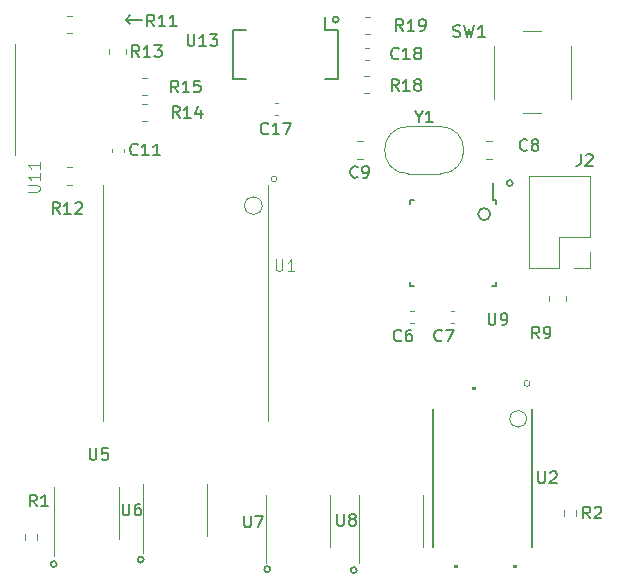
<source format=gbr>
%TF.GenerationSoftware,KiCad,Pcbnew,7.0.7*%
%TF.CreationDate,2023-11-15T05:14:33-06:00*%
%TF.ProjectId,GBA_Cartridge,4742415f-4361-4727-9472-696467652e6b,rev?*%
%TF.SameCoordinates,Original*%
%TF.FileFunction,Legend,Top*%
%TF.FilePolarity,Positive*%
%FSLAX46Y46*%
G04 Gerber Fmt 4.6, Leading zero omitted, Abs format (unit mm)*
G04 Created by KiCad (PCBNEW 7.0.7) date 2023-11-15 05:14:33*
%MOMM*%
%LPD*%
G01*
G04 APERTURE LIST*
%ADD10C,0.150000*%
%ADD11C,0.100000*%
%ADD12C,0.120000*%
%ADD13C,0.152400*%
G04 APERTURE END LIST*
D10*
X9398000Y24384000D02*
X9779000Y24003000D01*
X9779000Y24765000D02*
X9398000Y24384000D01*
X9398000Y24384000D02*
X9779000Y24765000D01*
X10795000Y24384000D02*
X9398000Y24384000D01*
X27432000Y24384000D02*
G75*
G03*
X27432000Y24384000I-254000J0D01*
G01*
X40259000Y7914541D02*
G75*
G03*
X40259000Y7914541I-508000J0D01*
G01*
X42164000Y10541000D02*
G75*
G03*
X42164000Y10541000I-254000J0D01*
G01*
X3556000Y-21717000D02*
G75*
G03*
X3556000Y-21717000I-254000J0D01*
G01*
X10922000Y-21336000D02*
G75*
G03*
X10922000Y-21336000I-254000J0D01*
G01*
X28956000Y-22225000D02*
G75*
G03*
X28956000Y-22225000I-254000J0D01*
G01*
X21638257Y-22146257D02*
G75*
G03*
X21638257Y-22146257I-254000J0D01*
G01*
X21455142Y14753419D02*
X21407523Y14705800D01*
X21407523Y14705800D02*
X21264666Y14658180D01*
X21264666Y14658180D02*
X21169428Y14658180D01*
X21169428Y14658180D02*
X21026571Y14705800D01*
X21026571Y14705800D02*
X20931333Y14801038D01*
X20931333Y14801038D02*
X20883714Y14896276D01*
X20883714Y14896276D02*
X20836095Y15086752D01*
X20836095Y15086752D02*
X20836095Y15229609D01*
X20836095Y15229609D02*
X20883714Y15420085D01*
X20883714Y15420085D02*
X20931333Y15515323D01*
X20931333Y15515323D02*
X21026571Y15610561D01*
X21026571Y15610561D02*
X21169428Y15658180D01*
X21169428Y15658180D02*
X21264666Y15658180D01*
X21264666Y15658180D02*
X21407523Y15610561D01*
X21407523Y15610561D02*
X21455142Y15562942D01*
X22407523Y14658180D02*
X21836095Y14658180D01*
X22121809Y14658180D02*
X22121809Y15658180D01*
X22121809Y15658180D02*
X22026571Y15515323D01*
X22026571Y15515323D02*
X21931333Y15420085D01*
X21931333Y15420085D02*
X21836095Y15372466D01*
X22740857Y15658180D02*
X23407523Y15658180D01*
X23407523Y15658180D02*
X22978952Y14658180D01*
X11803142Y23802180D02*
X11469809Y24278371D01*
X11231714Y23802180D02*
X11231714Y24802180D01*
X11231714Y24802180D02*
X11612666Y24802180D01*
X11612666Y24802180D02*
X11707904Y24754561D01*
X11707904Y24754561D02*
X11755523Y24706942D01*
X11755523Y24706942D02*
X11803142Y24611704D01*
X11803142Y24611704D02*
X11803142Y24468847D01*
X11803142Y24468847D02*
X11755523Y24373609D01*
X11755523Y24373609D02*
X11707904Y24325990D01*
X11707904Y24325990D02*
X11612666Y24278371D01*
X11612666Y24278371D02*
X11231714Y24278371D01*
X12755523Y23802180D02*
X12184095Y23802180D01*
X12469809Y23802180D02*
X12469809Y24802180D01*
X12469809Y24802180D02*
X12374571Y24659323D01*
X12374571Y24659323D02*
X12279333Y24564085D01*
X12279333Y24564085D02*
X12184095Y24516466D01*
X13707904Y23802180D02*
X13136476Y23802180D01*
X13422190Y23802180D02*
X13422190Y24802180D01*
X13422190Y24802180D02*
X13326952Y24659323D01*
X13326952Y24659323D02*
X13231714Y24564085D01*
X13231714Y24564085D02*
X13136476Y24516466D01*
X14636905Y23151180D02*
X14636905Y22341657D01*
X14636905Y22341657D02*
X14684524Y22246419D01*
X14684524Y22246419D02*
X14732143Y22198800D01*
X14732143Y22198800D02*
X14827381Y22151180D01*
X14827381Y22151180D02*
X15017857Y22151180D01*
X15017857Y22151180D02*
X15113095Y22198800D01*
X15113095Y22198800D02*
X15160714Y22246419D01*
X15160714Y22246419D02*
X15208333Y22341657D01*
X15208333Y22341657D02*
X15208333Y23151180D01*
X16208333Y22151180D02*
X15636905Y22151180D01*
X15922619Y22151180D02*
X15922619Y23151180D01*
X15922619Y23151180D02*
X15827381Y23008323D01*
X15827381Y23008323D02*
X15732143Y22913085D01*
X15732143Y22913085D02*
X15636905Y22865466D01*
X16541667Y23151180D02*
X17160714Y23151180D01*
X17160714Y23151180D02*
X16827381Y22770228D01*
X16827381Y22770228D02*
X16970238Y22770228D01*
X16970238Y22770228D02*
X17065476Y22722609D01*
X17065476Y22722609D02*
X17113095Y22674990D01*
X17113095Y22674990D02*
X17160714Y22579752D01*
X17160714Y22579752D02*
X17160714Y22341657D01*
X17160714Y22341657D02*
X17113095Y22246419D01*
X17113095Y22246419D02*
X17065476Y22198800D01*
X17065476Y22198800D02*
X16970238Y22151180D01*
X16970238Y22151180D02*
X16684524Y22151180D01*
X16684524Y22151180D02*
X16589286Y22198800D01*
X16589286Y22198800D02*
X16541667Y22246419D01*
X10533142Y21218180D02*
X10199809Y21694371D01*
X9961714Y21218180D02*
X9961714Y22218180D01*
X9961714Y22218180D02*
X10342666Y22218180D01*
X10342666Y22218180D02*
X10437904Y22170561D01*
X10437904Y22170561D02*
X10485523Y22122942D01*
X10485523Y22122942D02*
X10533142Y22027704D01*
X10533142Y22027704D02*
X10533142Y21884847D01*
X10533142Y21884847D02*
X10485523Y21789609D01*
X10485523Y21789609D02*
X10437904Y21741990D01*
X10437904Y21741990D02*
X10342666Y21694371D01*
X10342666Y21694371D02*
X9961714Y21694371D01*
X11485523Y21218180D02*
X10914095Y21218180D01*
X11199809Y21218180D02*
X11199809Y22218180D01*
X11199809Y22218180D02*
X11104571Y22075323D01*
X11104571Y22075323D02*
X11009333Y21980085D01*
X11009333Y21980085D02*
X10914095Y21932466D01*
X11818857Y22218180D02*
X12437904Y22218180D01*
X12437904Y22218180D02*
X12104571Y21837228D01*
X12104571Y21837228D02*
X12247428Y21837228D01*
X12247428Y21837228D02*
X12342666Y21789609D01*
X12342666Y21789609D02*
X12390285Y21741990D01*
X12390285Y21741990D02*
X12437904Y21646752D01*
X12437904Y21646752D02*
X12437904Y21408657D01*
X12437904Y21408657D02*
X12390285Y21313419D01*
X12390285Y21313419D02*
X12342666Y21265800D01*
X12342666Y21265800D02*
X12247428Y21218180D01*
X12247428Y21218180D02*
X11961714Y21218180D01*
X11961714Y21218180D02*
X11866476Y21265800D01*
X11866476Y21265800D02*
X11818857Y21313419D01*
D11*
X22098095Y4098580D02*
X22098095Y3289057D01*
X22098095Y3289057D02*
X22145714Y3193819D01*
X22145714Y3193819D02*
X22193333Y3146200D01*
X22193333Y3146200D02*
X22288571Y3098580D01*
X22288571Y3098580D02*
X22479047Y3098580D01*
X22479047Y3098580D02*
X22574285Y3146200D01*
X22574285Y3146200D02*
X22621904Y3193819D01*
X22621904Y3193819D02*
X22669523Y3289057D01*
X22669523Y3289057D02*
X22669523Y4098580D01*
X23669523Y3098580D02*
X23098095Y3098580D01*
X23383809Y3098580D02*
X23383809Y4098580D01*
X23383809Y4098580D02*
X23288571Y3955723D01*
X23288571Y3955723D02*
X23193333Y3860485D01*
X23193333Y3860485D02*
X23098095Y3812866D01*
D10*
X29043333Y11070419D02*
X28995714Y11022800D01*
X28995714Y11022800D02*
X28852857Y10975180D01*
X28852857Y10975180D02*
X28757619Y10975180D01*
X28757619Y10975180D02*
X28614762Y11022800D01*
X28614762Y11022800D02*
X28519524Y11118038D01*
X28519524Y11118038D02*
X28471905Y11213276D01*
X28471905Y11213276D02*
X28424286Y11403752D01*
X28424286Y11403752D02*
X28424286Y11546609D01*
X28424286Y11546609D02*
X28471905Y11737085D01*
X28471905Y11737085D02*
X28519524Y11832323D01*
X28519524Y11832323D02*
X28614762Y11927561D01*
X28614762Y11927561D02*
X28757619Y11975180D01*
X28757619Y11975180D02*
X28852857Y11975180D01*
X28852857Y11975180D02*
X28995714Y11927561D01*
X28995714Y11927561D02*
X29043333Y11879942D01*
X29519524Y10975180D02*
X29710000Y10975180D01*
X29710000Y10975180D02*
X29805238Y11022800D01*
X29805238Y11022800D02*
X29852857Y11070419D01*
X29852857Y11070419D02*
X29948095Y11213276D01*
X29948095Y11213276D02*
X29995714Y11403752D01*
X29995714Y11403752D02*
X29995714Y11784704D01*
X29995714Y11784704D02*
X29948095Y11879942D01*
X29948095Y11879942D02*
X29900476Y11927561D01*
X29900476Y11927561D02*
X29805238Y11975180D01*
X29805238Y11975180D02*
X29614762Y11975180D01*
X29614762Y11975180D02*
X29519524Y11927561D01*
X29519524Y11927561D02*
X29471905Y11879942D01*
X29471905Y11879942D02*
X29424286Y11784704D01*
X29424286Y11784704D02*
X29424286Y11546609D01*
X29424286Y11546609D02*
X29471905Y11451371D01*
X29471905Y11451371D02*
X29519524Y11403752D01*
X29519524Y11403752D02*
X29614762Y11356133D01*
X29614762Y11356133D02*
X29805238Y11356133D01*
X29805238Y11356133D02*
X29900476Y11403752D01*
X29900476Y11403752D02*
X29948095Y11451371D01*
X29948095Y11451371D02*
X29995714Y11546609D01*
X9144095Y-16599819D02*
X9144095Y-17409342D01*
X9144095Y-17409342D02*
X9191714Y-17504580D01*
X9191714Y-17504580D02*
X9239333Y-17552200D01*
X9239333Y-17552200D02*
X9334571Y-17599819D01*
X9334571Y-17599819D02*
X9525047Y-17599819D01*
X9525047Y-17599819D02*
X9620285Y-17552200D01*
X9620285Y-17552200D02*
X9667904Y-17504580D01*
X9667904Y-17504580D02*
X9715523Y-17409342D01*
X9715523Y-17409342D02*
X9715523Y-16599819D01*
X10620285Y-16599819D02*
X10429809Y-16599819D01*
X10429809Y-16599819D02*
X10334571Y-16647438D01*
X10334571Y-16647438D02*
X10286952Y-16695057D01*
X10286952Y-16695057D02*
X10191714Y-16837914D01*
X10191714Y-16837914D02*
X10144095Y-17028390D01*
X10144095Y-17028390D02*
X10144095Y-17409342D01*
X10144095Y-17409342D02*
X10191714Y-17504580D01*
X10191714Y-17504580D02*
X10239333Y-17552200D01*
X10239333Y-17552200D02*
X10334571Y-17599819D01*
X10334571Y-17599819D02*
X10525047Y-17599819D01*
X10525047Y-17599819D02*
X10620285Y-17552200D01*
X10620285Y-17552200D02*
X10667904Y-17504580D01*
X10667904Y-17504580D02*
X10715523Y-17409342D01*
X10715523Y-17409342D02*
X10715523Y-17171247D01*
X10715523Y-17171247D02*
X10667904Y-17076009D01*
X10667904Y-17076009D02*
X10620285Y-17028390D01*
X10620285Y-17028390D02*
X10525047Y-16980771D01*
X10525047Y-16980771D02*
X10334571Y-16980771D01*
X10334571Y-16980771D02*
X10239333Y-17028390D01*
X10239333Y-17028390D02*
X10191714Y-17076009D01*
X10191714Y-17076009D02*
X10144095Y-17171247D01*
X6350095Y-11900819D02*
X6350095Y-12710342D01*
X6350095Y-12710342D02*
X6397714Y-12805580D01*
X6397714Y-12805580D02*
X6445333Y-12853200D01*
X6445333Y-12853200D02*
X6540571Y-12900819D01*
X6540571Y-12900819D02*
X6731047Y-12900819D01*
X6731047Y-12900819D02*
X6826285Y-12853200D01*
X6826285Y-12853200D02*
X6873904Y-12805580D01*
X6873904Y-12805580D02*
X6921523Y-12710342D01*
X6921523Y-12710342D02*
X6921523Y-11900819D01*
X7873904Y-11900819D02*
X7397714Y-11900819D01*
X7397714Y-11900819D02*
X7350095Y-12377009D01*
X7350095Y-12377009D02*
X7397714Y-12329390D01*
X7397714Y-12329390D02*
X7492952Y-12281771D01*
X7492952Y-12281771D02*
X7731047Y-12281771D01*
X7731047Y-12281771D02*
X7826285Y-12329390D01*
X7826285Y-12329390D02*
X7873904Y-12377009D01*
X7873904Y-12377009D02*
X7921523Y-12472247D01*
X7921523Y-12472247D02*
X7921523Y-12710342D01*
X7921523Y-12710342D02*
X7873904Y-12805580D01*
X7873904Y-12805580D02*
X7826285Y-12853200D01*
X7826285Y-12853200D02*
X7731047Y-12900819D01*
X7731047Y-12900819D02*
X7492952Y-12900819D01*
X7492952Y-12900819D02*
X7397714Y-12853200D01*
X7397714Y-12853200D02*
X7350095Y-12805580D01*
X13835142Y18214180D02*
X13501809Y18690371D01*
X13263714Y18214180D02*
X13263714Y19214180D01*
X13263714Y19214180D02*
X13644666Y19214180D01*
X13644666Y19214180D02*
X13739904Y19166561D01*
X13739904Y19166561D02*
X13787523Y19118942D01*
X13787523Y19118942D02*
X13835142Y19023704D01*
X13835142Y19023704D02*
X13835142Y18880847D01*
X13835142Y18880847D02*
X13787523Y18785609D01*
X13787523Y18785609D02*
X13739904Y18737990D01*
X13739904Y18737990D02*
X13644666Y18690371D01*
X13644666Y18690371D02*
X13263714Y18690371D01*
X14787523Y18214180D02*
X14216095Y18214180D01*
X14501809Y18214180D02*
X14501809Y19214180D01*
X14501809Y19214180D02*
X14406571Y19071323D01*
X14406571Y19071323D02*
X14311333Y18976085D01*
X14311333Y18976085D02*
X14216095Y18928466D01*
X15692285Y19214180D02*
X15216095Y19214180D01*
X15216095Y19214180D02*
X15168476Y18737990D01*
X15168476Y18737990D02*
X15216095Y18785609D01*
X15216095Y18785609D02*
X15311333Y18833228D01*
X15311333Y18833228D02*
X15549428Y18833228D01*
X15549428Y18833228D02*
X15644666Y18785609D01*
X15644666Y18785609D02*
X15692285Y18737990D01*
X15692285Y18737990D02*
X15739904Y18642752D01*
X15739904Y18642752D02*
X15739904Y18404657D01*
X15739904Y18404657D02*
X15692285Y18309419D01*
X15692285Y18309419D02*
X15644666Y18261800D01*
X15644666Y18261800D02*
X15549428Y18214180D01*
X15549428Y18214180D02*
X15311333Y18214180D01*
X15311333Y18214180D02*
X15216095Y18261800D01*
X15216095Y18261800D02*
X15168476Y18309419D01*
X44410333Y-2613819D02*
X44077000Y-2137628D01*
X43838905Y-2613819D02*
X43838905Y-1613819D01*
X43838905Y-1613819D02*
X44219857Y-1613819D01*
X44219857Y-1613819D02*
X44315095Y-1661438D01*
X44315095Y-1661438D02*
X44362714Y-1709057D01*
X44362714Y-1709057D02*
X44410333Y-1804295D01*
X44410333Y-1804295D02*
X44410333Y-1947152D01*
X44410333Y-1947152D02*
X44362714Y-2042390D01*
X44362714Y-2042390D02*
X44315095Y-2090009D01*
X44315095Y-2090009D02*
X44219857Y-2137628D01*
X44219857Y-2137628D02*
X43838905Y-2137628D01*
X44886524Y-2613819D02*
X45077000Y-2613819D01*
X45077000Y-2613819D02*
X45172238Y-2566200D01*
X45172238Y-2566200D02*
X45219857Y-2518580D01*
X45219857Y-2518580D02*
X45315095Y-2375723D01*
X45315095Y-2375723D02*
X45362714Y-2185247D01*
X45362714Y-2185247D02*
X45362714Y-1804295D01*
X45362714Y-1804295D02*
X45315095Y-1709057D01*
X45315095Y-1709057D02*
X45267476Y-1661438D01*
X45267476Y-1661438D02*
X45172238Y-1613819D01*
X45172238Y-1613819D02*
X44981762Y-1613819D01*
X44981762Y-1613819D02*
X44886524Y-1661438D01*
X44886524Y-1661438D02*
X44838905Y-1709057D01*
X44838905Y-1709057D02*
X44791286Y-1804295D01*
X44791286Y-1804295D02*
X44791286Y-2042390D01*
X44791286Y-2042390D02*
X44838905Y-2137628D01*
X44838905Y-2137628D02*
X44886524Y-2185247D01*
X44886524Y-2185247D02*
X44981762Y-2232866D01*
X44981762Y-2232866D02*
X45172238Y-2232866D01*
X45172238Y-2232866D02*
X45267476Y-2185247D01*
X45267476Y-2185247D02*
X45315095Y-2137628D01*
X45315095Y-2137628D02*
X45362714Y-2042390D01*
X43394333Y13356419D02*
X43346714Y13308800D01*
X43346714Y13308800D02*
X43203857Y13261180D01*
X43203857Y13261180D02*
X43108619Y13261180D01*
X43108619Y13261180D02*
X42965762Y13308800D01*
X42965762Y13308800D02*
X42870524Y13404038D01*
X42870524Y13404038D02*
X42822905Y13499276D01*
X42822905Y13499276D02*
X42775286Y13689752D01*
X42775286Y13689752D02*
X42775286Y13832609D01*
X42775286Y13832609D02*
X42822905Y14023085D01*
X42822905Y14023085D02*
X42870524Y14118323D01*
X42870524Y14118323D02*
X42965762Y14213561D01*
X42965762Y14213561D02*
X43108619Y14261180D01*
X43108619Y14261180D02*
X43203857Y14261180D01*
X43203857Y14261180D02*
X43346714Y14213561D01*
X43346714Y14213561D02*
X43394333Y14165942D01*
X43965762Y13832609D02*
X43870524Y13880228D01*
X43870524Y13880228D02*
X43822905Y13927847D01*
X43822905Y13927847D02*
X43775286Y14023085D01*
X43775286Y14023085D02*
X43775286Y14070704D01*
X43775286Y14070704D02*
X43822905Y14165942D01*
X43822905Y14165942D02*
X43870524Y14213561D01*
X43870524Y14213561D02*
X43965762Y14261180D01*
X43965762Y14261180D02*
X44156238Y14261180D01*
X44156238Y14261180D02*
X44251476Y14213561D01*
X44251476Y14213561D02*
X44299095Y14165942D01*
X44299095Y14165942D02*
X44346714Y14070704D01*
X44346714Y14070704D02*
X44346714Y14023085D01*
X44346714Y14023085D02*
X44299095Y13927847D01*
X44299095Y13927847D02*
X44251476Y13880228D01*
X44251476Y13880228D02*
X44156238Y13832609D01*
X44156238Y13832609D02*
X43965762Y13832609D01*
X43965762Y13832609D02*
X43870524Y13784990D01*
X43870524Y13784990D02*
X43822905Y13737371D01*
X43822905Y13737371D02*
X43775286Y13642133D01*
X43775286Y13642133D02*
X43775286Y13451657D01*
X43775286Y13451657D02*
X43822905Y13356419D01*
X43822905Y13356419D02*
X43870524Y13308800D01*
X43870524Y13308800D02*
X43965762Y13261180D01*
X43965762Y13261180D02*
X44156238Y13261180D01*
X44156238Y13261180D02*
X44251476Y13308800D01*
X44251476Y13308800D02*
X44299095Y13356419D01*
X44299095Y13356419D02*
X44346714Y13451657D01*
X44346714Y13451657D02*
X44346714Y13642133D01*
X44346714Y13642133D02*
X44299095Y13737371D01*
X44299095Y13737371D02*
X44251476Y13784990D01*
X44251476Y13784990D02*
X44156238Y13832609D01*
X40132095Y-470819D02*
X40132095Y-1280342D01*
X40132095Y-1280342D02*
X40179714Y-1375580D01*
X40179714Y-1375580D02*
X40227333Y-1423200D01*
X40227333Y-1423200D02*
X40322571Y-1470819D01*
X40322571Y-1470819D02*
X40513047Y-1470819D01*
X40513047Y-1470819D02*
X40608285Y-1423200D01*
X40608285Y-1423200D02*
X40655904Y-1375580D01*
X40655904Y-1375580D02*
X40703523Y-1280342D01*
X40703523Y-1280342D02*
X40703523Y-470819D01*
X41227333Y-1470819D02*
X41417809Y-1470819D01*
X41417809Y-1470819D02*
X41513047Y-1423200D01*
X41513047Y-1423200D02*
X41560666Y-1375580D01*
X41560666Y-1375580D02*
X41655904Y-1232723D01*
X41655904Y-1232723D02*
X41703523Y-1042247D01*
X41703523Y-1042247D02*
X41703523Y-661295D01*
X41703523Y-661295D02*
X41655904Y-566057D01*
X41655904Y-566057D02*
X41608285Y-518438D01*
X41608285Y-518438D02*
X41513047Y-470819D01*
X41513047Y-470819D02*
X41322571Y-470819D01*
X41322571Y-470819D02*
X41227333Y-518438D01*
X41227333Y-518438D02*
X41179714Y-566057D01*
X41179714Y-566057D02*
X41132095Y-661295D01*
X41132095Y-661295D02*
X41132095Y-899390D01*
X41132095Y-899390D02*
X41179714Y-994628D01*
X41179714Y-994628D02*
X41227333Y-1042247D01*
X41227333Y-1042247D02*
X41322571Y-1089866D01*
X41322571Y-1089866D02*
X41513047Y-1089866D01*
X41513047Y-1089866D02*
X41608285Y-1042247D01*
X41608285Y-1042247D02*
X41655904Y-994628D01*
X41655904Y-994628D02*
X41703523Y-899390D01*
X1865333Y-16837819D02*
X1532000Y-16361628D01*
X1293905Y-16837819D02*
X1293905Y-15837819D01*
X1293905Y-15837819D02*
X1674857Y-15837819D01*
X1674857Y-15837819D02*
X1770095Y-15885438D01*
X1770095Y-15885438D02*
X1817714Y-15933057D01*
X1817714Y-15933057D02*
X1865333Y-16028295D01*
X1865333Y-16028295D02*
X1865333Y-16171152D01*
X1865333Y-16171152D02*
X1817714Y-16266390D01*
X1817714Y-16266390D02*
X1770095Y-16314009D01*
X1770095Y-16314009D02*
X1674857Y-16361628D01*
X1674857Y-16361628D02*
X1293905Y-16361628D01*
X2817714Y-16837819D02*
X2246286Y-16837819D01*
X2532000Y-16837819D02*
X2532000Y-15837819D01*
X2532000Y-15837819D02*
X2436762Y-15980676D01*
X2436762Y-15980676D02*
X2341524Y-16075914D01*
X2341524Y-16075914D02*
X2246286Y-16123533D01*
X32504142Y18341180D02*
X32170809Y18817371D01*
X31932714Y18341180D02*
X31932714Y19341180D01*
X31932714Y19341180D02*
X32313666Y19341180D01*
X32313666Y19341180D02*
X32408904Y19293561D01*
X32408904Y19293561D02*
X32456523Y19245942D01*
X32456523Y19245942D02*
X32504142Y19150704D01*
X32504142Y19150704D02*
X32504142Y19007847D01*
X32504142Y19007847D02*
X32456523Y18912609D01*
X32456523Y18912609D02*
X32408904Y18864990D01*
X32408904Y18864990D02*
X32313666Y18817371D01*
X32313666Y18817371D02*
X31932714Y18817371D01*
X33456523Y18341180D02*
X32885095Y18341180D01*
X33170809Y18341180D02*
X33170809Y19341180D01*
X33170809Y19341180D02*
X33075571Y19198323D01*
X33075571Y19198323D02*
X32980333Y19103085D01*
X32980333Y19103085D02*
X32885095Y19055466D01*
X34027952Y18912609D02*
X33932714Y18960228D01*
X33932714Y18960228D02*
X33885095Y19007847D01*
X33885095Y19007847D02*
X33837476Y19103085D01*
X33837476Y19103085D02*
X33837476Y19150704D01*
X33837476Y19150704D02*
X33885095Y19245942D01*
X33885095Y19245942D02*
X33932714Y19293561D01*
X33932714Y19293561D02*
X34027952Y19341180D01*
X34027952Y19341180D02*
X34218428Y19341180D01*
X34218428Y19341180D02*
X34313666Y19293561D01*
X34313666Y19293561D02*
X34361285Y19245942D01*
X34361285Y19245942D02*
X34408904Y19150704D01*
X34408904Y19150704D02*
X34408904Y19103085D01*
X34408904Y19103085D02*
X34361285Y19007847D01*
X34361285Y19007847D02*
X34313666Y18960228D01*
X34313666Y18960228D02*
X34218428Y18912609D01*
X34218428Y18912609D02*
X34027952Y18912609D01*
X34027952Y18912609D02*
X33932714Y18864990D01*
X33932714Y18864990D02*
X33885095Y18817371D01*
X33885095Y18817371D02*
X33837476Y18722133D01*
X33837476Y18722133D02*
X33837476Y18531657D01*
X33837476Y18531657D02*
X33885095Y18436419D01*
X33885095Y18436419D02*
X33932714Y18388800D01*
X33932714Y18388800D02*
X34027952Y18341180D01*
X34027952Y18341180D02*
X34218428Y18341180D01*
X34218428Y18341180D02*
X34313666Y18388800D01*
X34313666Y18388800D02*
X34361285Y18436419D01*
X34361285Y18436419D02*
X34408904Y18531657D01*
X34408904Y18531657D02*
X34408904Y18722133D01*
X34408904Y18722133D02*
X34361285Y18817371D01*
X34361285Y18817371D02*
X34313666Y18864990D01*
X34313666Y18864990D02*
X34218428Y18912609D01*
X27305095Y-17488819D02*
X27305095Y-18298342D01*
X27305095Y-18298342D02*
X27352714Y-18393580D01*
X27352714Y-18393580D02*
X27400333Y-18441200D01*
X27400333Y-18441200D02*
X27495571Y-18488819D01*
X27495571Y-18488819D02*
X27686047Y-18488819D01*
X27686047Y-18488819D02*
X27781285Y-18441200D01*
X27781285Y-18441200D02*
X27828904Y-18393580D01*
X27828904Y-18393580D02*
X27876523Y-18298342D01*
X27876523Y-18298342D02*
X27876523Y-17488819D01*
X28495571Y-17917390D02*
X28400333Y-17869771D01*
X28400333Y-17869771D02*
X28352714Y-17822152D01*
X28352714Y-17822152D02*
X28305095Y-17726914D01*
X28305095Y-17726914D02*
X28305095Y-17679295D01*
X28305095Y-17679295D02*
X28352714Y-17584057D01*
X28352714Y-17584057D02*
X28400333Y-17536438D01*
X28400333Y-17536438D02*
X28495571Y-17488819D01*
X28495571Y-17488819D02*
X28686047Y-17488819D01*
X28686047Y-17488819D02*
X28781285Y-17536438D01*
X28781285Y-17536438D02*
X28828904Y-17584057D01*
X28828904Y-17584057D02*
X28876523Y-17679295D01*
X28876523Y-17679295D02*
X28876523Y-17726914D01*
X28876523Y-17726914D02*
X28828904Y-17822152D01*
X28828904Y-17822152D02*
X28781285Y-17869771D01*
X28781285Y-17869771D02*
X28686047Y-17917390D01*
X28686047Y-17917390D02*
X28495571Y-17917390D01*
X28495571Y-17917390D02*
X28400333Y-17965009D01*
X28400333Y-17965009D02*
X28352714Y-18012628D01*
X28352714Y-18012628D02*
X28305095Y-18107866D01*
X28305095Y-18107866D02*
X28305095Y-18298342D01*
X28305095Y-18298342D02*
X28352714Y-18393580D01*
X28352714Y-18393580D02*
X28400333Y-18441200D01*
X28400333Y-18441200D02*
X28495571Y-18488819D01*
X28495571Y-18488819D02*
X28686047Y-18488819D01*
X28686047Y-18488819D02*
X28781285Y-18441200D01*
X28781285Y-18441200D02*
X28828904Y-18393580D01*
X28828904Y-18393580D02*
X28876523Y-18298342D01*
X28876523Y-18298342D02*
X28876523Y-18107866D01*
X28876523Y-18107866D02*
X28828904Y-18012628D01*
X28828904Y-18012628D02*
X28781285Y-17965009D01*
X28781285Y-17965009D02*
X28686047Y-17917390D01*
D11*
X1108419Y9810905D02*
X1917942Y9810905D01*
X1917942Y9810905D02*
X2013180Y9858524D01*
X2013180Y9858524D02*
X2060800Y9906143D01*
X2060800Y9906143D02*
X2108419Y10001381D01*
X2108419Y10001381D02*
X2108419Y10191857D01*
X2108419Y10191857D02*
X2060800Y10287095D01*
X2060800Y10287095D02*
X2013180Y10334714D01*
X2013180Y10334714D02*
X1917942Y10382333D01*
X1917942Y10382333D02*
X1108419Y10382333D01*
X2108419Y11382333D02*
X2108419Y10810905D01*
X2108419Y11096619D02*
X1108419Y11096619D01*
X1108419Y11096619D02*
X1251276Y11001381D01*
X1251276Y11001381D02*
X1346514Y10906143D01*
X1346514Y10906143D02*
X1394133Y10810905D01*
X2108419Y12334714D02*
X2108419Y11763286D01*
X2108419Y12049000D02*
X1108419Y12049000D01*
X1108419Y12049000D02*
X1251276Y11953762D01*
X1251276Y11953762D02*
X1346514Y11858524D01*
X1346514Y11858524D02*
X1394133Y11763286D01*
D10*
X32504142Y21103419D02*
X32456523Y21055800D01*
X32456523Y21055800D02*
X32313666Y21008180D01*
X32313666Y21008180D02*
X32218428Y21008180D01*
X32218428Y21008180D02*
X32075571Y21055800D01*
X32075571Y21055800D02*
X31980333Y21151038D01*
X31980333Y21151038D02*
X31932714Y21246276D01*
X31932714Y21246276D02*
X31885095Y21436752D01*
X31885095Y21436752D02*
X31885095Y21579609D01*
X31885095Y21579609D02*
X31932714Y21770085D01*
X31932714Y21770085D02*
X31980333Y21865323D01*
X31980333Y21865323D02*
X32075571Y21960561D01*
X32075571Y21960561D02*
X32218428Y22008180D01*
X32218428Y22008180D02*
X32313666Y22008180D01*
X32313666Y22008180D02*
X32456523Y21960561D01*
X32456523Y21960561D02*
X32504142Y21912942D01*
X33456523Y21008180D02*
X32885095Y21008180D01*
X33170809Y21008180D02*
X33170809Y22008180D01*
X33170809Y22008180D02*
X33075571Y21865323D01*
X33075571Y21865323D02*
X32980333Y21770085D01*
X32980333Y21770085D02*
X32885095Y21722466D01*
X34027952Y21579609D02*
X33932714Y21627228D01*
X33932714Y21627228D02*
X33885095Y21674847D01*
X33885095Y21674847D02*
X33837476Y21770085D01*
X33837476Y21770085D02*
X33837476Y21817704D01*
X33837476Y21817704D02*
X33885095Y21912942D01*
X33885095Y21912942D02*
X33932714Y21960561D01*
X33932714Y21960561D02*
X34027952Y22008180D01*
X34027952Y22008180D02*
X34218428Y22008180D01*
X34218428Y22008180D02*
X34313666Y21960561D01*
X34313666Y21960561D02*
X34361285Y21912942D01*
X34361285Y21912942D02*
X34408904Y21817704D01*
X34408904Y21817704D02*
X34408904Y21770085D01*
X34408904Y21770085D02*
X34361285Y21674847D01*
X34361285Y21674847D02*
X34313666Y21627228D01*
X34313666Y21627228D02*
X34218428Y21579609D01*
X34218428Y21579609D02*
X34027952Y21579609D01*
X34027952Y21579609D02*
X33932714Y21531990D01*
X33932714Y21531990D02*
X33885095Y21484371D01*
X33885095Y21484371D02*
X33837476Y21389133D01*
X33837476Y21389133D02*
X33837476Y21198657D01*
X33837476Y21198657D02*
X33885095Y21103419D01*
X33885095Y21103419D02*
X33932714Y21055800D01*
X33932714Y21055800D02*
X34027952Y21008180D01*
X34027952Y21008180D02*
X34218428Y21008180D01*
X34218428Y21008180D02*
X34313666Y21055800D01*
X34313666Y21055800D02*
X34361285Y21103419D01*
X34361285Y21103419D02*
X34408904Y21198657D01*
X34408904Y21198657D02*
X34408904Y21389133D01*
X34408904Y21389133D02*
X34361285Y21484371D01*
X34361285Y21484371D02*
X34313666Y21531990D01*
X34313666Y21531990D02*
X34218428Y21579609D01*
X37147667Y22960800D02*
X37290524Y22913180D01*
X37290524Y22913180D02*
X37528619Y22913180D01*
X37528619Y22913180D02*
X37623857Y22960800D01*
X37623857Y22960800D02*
X37671476Y23008419D01*
X37671476Y23008419D02*
X37719095Y23103657D01*
X37719095Y23103657D02*
X37719095Y23198895D01*
X37719095Y23198895D02*
X37671476Y23294133D01*
X37671476Y23294133D02*
X37623857Y23341752D01*
X37623857Y23341752D02*
X37528619Y23389371D01*
X37528619Y23389371D02*
X37338143Y23436990D01*
X37338143Y23436990D02*
X37242905Y23484609D01*
X37242905Y23484609D02*
X37195286Y23532228D01*
X37195286Y23532228D02*
X37147667Y23627466D01*
X37147667Y23627466D02*
X37147667Y23722704D01*
X37147667Y23722704D02*
X37195286Y23817942D01*
X37195286Y23817942D02*
X37242905Y23865561D01*
X37242905Y23865561D02*
X37338143Y23913180D01*
X37338143Y23913180D02*
X37576238Y23913180D01*
X37576238Y23913180D02*
X37719095Y23865561D01*
X38052429Y23913180D02*
X38290524Y22913180D01*
X38290524Y22913180D02*
X38481000Y23627466D01*
X38481000Y23627466D02*
X38671476Y22913180D01*
X38671476Y22913180D02*
X38909572Y23913180D01*
X39814333Y22913180D02*
X39242905Y22913180D01*
X39528619Y22913180D02*
X39528619Y23913180D01*
X39528619Y23913180D02*
X39433381Y23770323D01*
X39433381Y23770323D02*
X39338143Y23675085D01*
X39338143Y23675085D02*
X39242905Y23627466D01*
X3802142Y7927180D02*
X3468809Y8403371D01*
X3230714Y7927180D02*
X3230714Y8927180D01*
X3230714Y8927180D02*
X3611666Y8927180D01*
X3611666Y8927180D02*
X3706904Y8879561D01*
X3706904Y8879561D02*
X3754523Y8831942D01*
X3754523Y8831942D02*
X3802142Y8736704D01*
X3802142Y8736704D02*
X3802142Y8593847D01*
X3802142Y8593847D02*
X3754523Y8498609D01*
X3754523Y8498609D02*
X3706904Y8450990D01*
X3706904Y8450990D02*
X3611666Y8403371D01*
X3611666Y8403371D02*
X3230714Y8403371D01*
X4754523Y7927180D02*
X4183095Y7927180D01*
X4468809Y7927180D02*
X4468809Y8927180D01*
X4468809Y8927180D02*
X4373571Y8784323D01*
X4373571Y8784323D02*
X4278333Y8689085D01*
X4278333Y8689085D02*
X4183095Y8641466D01*
X5135476Y8831942D02*
X5183095Y8879561D01*
X5183095Y8879561D02*
X5278333Y8927180D01*
X5278333Y8927180D02*
X5516428Y8927180D01*
X5516428Y8927180D02*
X5611666Y8879561D01*
X5611666Y8879561D02*
X5659285Y8831942D01*
X5659285Y8831942D02*
X5706904Y8736704D01*
X5706904Y8736704D02*
X5706904Y8641466D01*
X5706904Y8641466D02*
X5659285Y8498609D01*
X5659285Y8498609D02*
X5087857Y7927180D01*
X5087857Y7927180D02*
X5706904Y7927180D01*
X36155333Y-2772580D02*
X36107714Y-2820200D01*
X36107714Y-2820200D02*
X35964857Y-2867819D01*
X35964857Y-2867819D02*
X35869619Y-2867819D01*
X35869619Y-2867819D02*
X35726762Y-2820200D01*
X35726762Y-2820200D02*
X35631524Y-2724961D01*
X35631524Y-2724961D02*
X35583905Y-2629723D01*
X35583905Y-2629723D02*
X35536286Y-2439247D01*
X35536286Y-2439247D02*
X35536286Y-2296390D01*
X35536286Y-2296390D02*
X35583905Y-2105914D01*
X35583905Y-2105914D02*
X35631524Y-2010676D01*
X35631524Y-2010676D02*
X35726762Y-1915438D01*
X35726762Y-1915438D02*
X35869619Y-1867819D01*
X35869619Y-1867819D02*
X35964857Y-1867819D01*
X35964857Y-1867819D02*
X36107714Y-1915438D01*
X36107714Y-1915438D02*
X36155333Y-1963057D01*
X36488667Y-1867819D02*
X37155333Y-1867819D01*
X37155333Y-1867819D02*
X36726762Y-2867819D01*
X44323095Y-13872769D02*
X44323095Y-14682292D01*
X44323095Y-14682292D02*
X44370714Y-14777530D01*
X44370714Y-14777530D02*
X44418333Y-14825150D01*
X44418333Y-14825150D02*
X44513571Y-14872769D01*
X44513571Y-14872769D02*
X44704047Y-14872769D01*
X44704047Y-14872769D02*
X44799285Y-14825150D01*
X44799285Y-14825150D02*
X44846904Y-14777530D01*
X44846904Y-14777530D02*
X44894523Y-14682292D01*
X44894523Y-14682292D02*
X44894523Y-13872769D01*
X45323095Y-13968007D02*
X45370714Y-13920388D01*
X45370714Y-13920388D02*
X45465952Y-13872769D01*
X45465952Y-13872769D02*
X45704047Y-13872769D01*
X45704047Y-13872769D02*
X45799285Y-13920388D01*
X45799285Y-13920388D02*
X45846904Y-13968007D01*
X45846904Y-13968007D02*
X45894523Y-14063245D01*
X45894523Y-14063245D02*
X45894523Y-14158483D01*
X45894523Y-14158483D02*
X45846904Y-14301340D01*
X45846904Y-14301340D02*
X45275476Y-14872769D01*
X45275476Y-14872769D02*
X45894523Y-14872769D01*
X48728333Y-17853819D02*
X48395000Y-17377628D01*
X48156905Y-17853819D02*
X48156905Y-16853819D01*
X48156905Y-16853819D02*
X48537857Y-16853819D01*
X48537857Y-16853819D02*
X48633095Y-16901438D01*
X48633095Y-16901438D02*
X48680714Y-16949057D01*
X48680714Y-16949057D02*
X48728333Y-17044295D01*
X48728333Y-17044295D02*
X48728333Y-17187152D01*
X48728333Y-17187152D02*
X48680714Y-17282390D01*
X48680714Y-17282390D02*
X48633095Y-17330009D01*
X48633095Y-17330009D02*
X48537857Y-17377628D01*
X48537857Y-17377628D02*
X48156905Y-17377628D01*
X49109286Y-16949057D02*
X49156905Y-16901438D01*
X49156905Y-16901438D02*
X49252143Y-16853819D01*
X49252143Y-16853819D02*
X49490238Y-16853819D01*
X49490238Y-16853819D02*
X49585476Y-16901438D01*
X49585476Y-16901438D02*
X49633095Y-16949057D01*
X49633095Y-16949057D02*
X49680714Y-17044295D01*
X49680714Y-17044295D02*
X49680714Y-17139533D01*
X49680714Y-17139533D02*
X49633095Y-17282390D01*
X49633095Y-17282390D02*
X49061667Y-17853819D01*
X49061667Y-17853819D02*
X49680714Y-17853819D01*
X10406142Y12975419D02*
X10358523Y12927800D01*
X10358523Y12927800D02*
X10215666Y12880180D01*
X10215666Y12880180D02*
X10120428Y12880180D01*
X10120428Y12880180D02*
X9977571Y12927800D01*
X9977571Y12927800D02*
X9882333Y13023038D01*
X9882333Y13023038D02*
X9834714Y13118276D01*
X9834714Y13118276D02*
X9787095Y13308752D01*
X9787095Y13308752D02*
X9787095Y13451609D01*
X9787095Y13451609D02*
X9834714Y13642085D01*
X9834714Y13642085D02*
X9882333Y13737323D01*
X9882333Y13737323D02*
X9977571Y13832561D01*
X9977571Y13832561D02*
X10120428Y13880180D01*
X10120428Y13880180D02*
X10215666Y13880180D01*
X10215666Y13880180D02*
X10358523Y13832561D01*
X10358523Y13832561D02*
X10406142Y13784942D01*
X11358523Y12880180D02*
X10787095Y12880180D01*
X11072809Y12880180D02*
X11072809Y13880180D01*
X11072809Y13880180D02*
X10977571Y13737323D01*
X10977571Y13737323D02*
X10882333Y13642085D01*
X10882333Y13642085D02*
X10787095Y13594466D01*
X12310904Y12880180D02*
X11739476Y12880180D01*
X12025190Y12880180D02*
X12025190Y13880180D01*
X12025190Y13880180D02*
X11929952Y13737323D01*
X11929952Y13737323D02*
X11834714Y13642085D01*
X11834714Y13642085D02*
X11739476Y13594466D01*
X34194809Y16150371D02*
X34194809Y15674180D01*
X33861476Y16674180D02*
X34194809Y16150371D01*
X34194809Y16150371D02*
X34528142Y16674180D01*
X35385285Y15674180D02*
X34813857Y15674180D01*
X35099571Y15674180D02*
X35099571Y16674180D01*
X35099571Y16674180D02*
X35004333Y16531323D01*
X35004333Y16531323D02*
X34909095Y16436085D01*
X34909095Y16436085D02*
X34813857Y16388466D01*
X32726333Y-2772580D02*
X32678714Y-2820200D01*
X32678714Y-2820200D02*
X32535857Y-2867819D01*
X32535857Y-2867819D02*
X32440619Y-2867819D01*
X32440619Y-2867819D02*
X32297762Y-2820200D01*
X32297762Y-2820200D02*
X32202524Y-2724961D01*
X32202524Y-2724961D02*
X32154905Y-2629723D01*
X32154905Y-2629723D02*
X32107286Y-2439247D01*
X32107286Y-2439247D02*
X32107286Y-2296390D01*
X32107286Y-2296390D02*
X32154905Y-2105914D01*
X32154905Y-2105914D02*
X32202524Y-2010676D01*
X32202524Y-2010676D02*
X32297762Y-1915438D01*
X32297762Y-1915438D02*
X32440619Y-1867819D01*
X32440619Y-1867819D02*
X32535857Y-1867819D01*
X32535857Y-1867819D02*
X32678714Y-1915438D01*
X32678714Y-1915438D02*
X32726333Y-1963057D01*
X33583476Y-1867819D02*
X33393000Y-1867819D01*
X33393000Y-1867819D02*
X33297762Y-1915438D01*
X33297762Y-1915438D02*
X33250143Y-1963057D01*
X33250143Y-1963057D02*
X33154905Y-2105914D01*
X33154905Y-2105914D02*
X33107286Y-2296390D01*
X33107286Y-2296390D02*
X33107286Y-2677342D01*
X33107286Y-2677342D02*
X33154905Y-2772580D01*
X33154905Y-2772580D02*
X33202524Y-2820200D01*
X33202524Y-2820200D02*
X33297762Y-2867819D01*
X33297762Y-2867819D02*
X33488238Y-2867819D01*
X33488238Y-2867819D02*
X33583476Y-2820200D01*
X33583476Y-2820200D02*
X33631095Y-2772580D01*
X33631095Y-2772580D02*
X33678714Y-2677342D01*
X33678714Y-2677342D02*
X33678714Y-2439247D01*
X33678714Y-2439247D02*
X33631095Y-2344009D01*
X33631095Y-2344009D02*
X33583476Y-2296390D01*
X33583476Y-2296390D02*
X33488238Y-2248771D01*
X33488238Y-2248771D02*
X33297762Y-2248771D01*
X33297762Y-2248771D02*
X33202524Y-2296390D01*
X33202524Y-2296390D02*
X33154905Y-2344009D01*
X33154905Y-2344009D02*
X33107286Y-2439247D01*
X13962142Y16055180D02*
X13628809Y16531371D01*
X13390714Y16055180D02*
X13390714Y17055180D01*
X13390714Y17055180D02*
X13771666Y17055180D01*
X13771666Y17055180D02*
X13866904Y17007561D01*
X13866904Y17007561D02*
X13914523Y16959942D01*
X13914523Y16959942D02*
X13962142Y16864704D01*
X13962142Y16864704D02*
X13962142Y16721847D01*
X13962142Y16721847D02*
X13914523Y16626609D01*
X13914523Y16626609D02*
X13866904Y16578990D01*
X13866904Y16578990D02*
X13771666Y16531371D01*
X13771666Y16531371D02*
X13390714Y16531371D01*
X14914523Y16055180D02*
X14343095Y16055180D01*
X14628809Y16055180D02*
X14628809Y17055180D01*
X14628809Y17055180D02*
X14533571Y16912323D01*
X14533571Y16912323D02*
X14438333Y16817085D01*
X14438333Y16817085D02*
X14343095Y16769466D01*
X15771666Y16721847D02*
X15771666Y16055180D01*
X15533571Y17102800D02*
X15295476Y16388514D01*
X15295476Y16388514D02*
X15914523Y16388514D01*
X47926666Y12991180D02*
X47926666Y12276895D01*
X47926666Y12276895D02*
X47879047Y12134038D01*
X47879047Y12134038D02*
X47783809Y12038800D01*
X47783809Y12038800D02*
X47640952Y11991180D01*
X47640952Y11991180D02*
X47545714Y11991180D01*
X48355238Y12895942D02*
X48402857Y12943561D01*
X48402857Y12943561D02*
X48498095Y12991180D01*
X48498095Y12991180D02*
X48736190Y12991180D01*
X48736190Y12991180D02*
X48831428Y12943561D01*
X48831428Y12943561D02*
X48879047Y12895942D01*
X48879047Y12895942D02*
X48926666Y12800704D01*
X48926666Y12800704D02*
X48926666Y12705466D01*
X48926666Y12705466D02*
X48879047Y12562609D01*
X48879047Y12562609D02*
X48307619Y11991180D01*
X48307619Y11991180D02*
X48926666Y11991180D01*
X19431095Y-17615819D02*
X19431095Y-18425342D01*
X19431095Y-18425342D02*
X19478714Y-18520580D01*
X19478714Y-18520580D02*
X19526333Y-18568200D01*
X19526333Y-18568200D02*
X19621571Y-18615819D01*
X19621571Y-18615819D02*
X19812047Y-18615819D01*
X19812047Y-18615819D02*
X19907285Y-18568200D01*
X19907285Y-18568200D02*
X19954904Y-18520580D01*
X19954904Y-18520580D02*
X20002523Y-18425342D01*
X20002523Y-18425342D02*
X20002523Y-17615819D01*
X20383476Y-17615819D02*
X21050142Y-17615819D01*
X21050142Y-17615819D02*
X20621571Y-18615819D01*
X32885142Y23421180D02*
X32551809Y23897371D01*
X32313714Y23421180D02*
X32313714Y24421180D01*
X32313714Y24421180D02*
X32694666Y24421180D01*
X32694666Y24421180D02*
X32789904Y24373561D01*
X32789904Y24373561D02*
X32837523Y24325942D01*
X32837523Y24325942D02*
X32885142Y24230704D01*
X32885142Y24230704D02*
X32885142Y24087847D01*
X32885142Y24087847D02*
X32837523Y23992609D01*
X32837523Y23992609D02*
X32789904Y23944990D01*
X32789904Y23944990D02*
X32694666Y23897371D01*
X32694666Y23897371D02*
X32313714Y23897371D01*
X33837523Y23421180D02*
X33266095Y23421180D01*
X33551809Y23421180D02*
X33551809Y24421180D01*
X33551809Y24421180D02*
X33456571Y24278323D01*
X33456571Y24278323D02*
X33361333Y24183085D01*
X33361333Y24183085D02*
X33266095Y24135466D01*
X34313714Y23421180D02*
X34504190Y23421180D01*
X34504190Y23421180D02*
X34599428Y23468800D01*
X34599428Y23468800D02*
X34647047Y23516419D01*
X34647047Y23516419D02*
X34742285Y23659276D01*
X34742285Y23659276D02*
X34789904Y23849752D01*
X34789904Y23849752D02*
X34789904Y24230704D01*
X34789904Y24230704D02*
X34742285Y24325942D01*
X34742285Y24325942D02*
X34694666Y24373561D01*
X34694666Y24373561D02*
X34599428Y24421180D01*
X34599428Y24421180D02*
X34408952Y24421180D01*
X34408952Y24421180D02*
X34313714Y24373561D01*
X34313714Y24373561D02*
X34266095Y24325942D01*
X34266095Y24325942D02*
X34218476Y24230704D01*
X34218476Y24230704D02*
X34218476Y23992609D01*
X34218476Y23992609D02*
X34266095Y23897371D01*
X34266095Y23897371D02*
X34313714Y23849752D01*
X34313714Y23849752D02*
X34408952Y23802133D01*
X34408952Y23802133D02*
X34599428Y23802133D01*
X34599428Y23802133D02*
X34694666Y23849752D01*
X34694666Y23849752D02*
X34742285Y23897371D01*
X34742285Y23897371D02*
X34789904Y23992609D01*
D12*
%TO.C,C17*%
X22015233Y17341000D02*
X22307767Y17341000D01*
X22015233Y16321000D02*
X22307767Y16321000D01*
%TO.C,R11*%
X4869917Y23224000D02*
X4415789Y23224000D01*
X4869917Y24694000D02*
X4415789Y24694000D01*
D10*
%TO.C,U13*%
X18448500Y23478000D02*
X18448500Y19328000D01*
X26288500Y23478000D02*
X26288500Y24603000D01*
X27398500Y23478000D02*
X27398500Y19328000D01*
X26288500Y23478000D02*
X27398500Y23478000D01*
X18448500Y23478000D02*
X19558500Y23478000D01*
X18448500Y19328000D02*
X19558500Y19328000D01*
X27398500Y19328000D02*
X26288500Y19328000D01*
D12*
%TO.C,R13*%
X9441853Y21900064D02*
X9441853Y21445936D01*
X7971853Y21900064D02*
X7971853Y21445936D01*
D11*
%TO.C,U1*%
X21458000Y10381000D02*
X21458000Y-9619000D01*
X7458000Y10381000D02*
X7458000Y-9619000D01*
X22208000Y10881000D02*
G75*
G03*
X22208000Y10881000I-250000J0D01*
G01*
X20958000Y8631000D02*
G75*
G03*
X20958000Y8631000I-750000J0D01*
G01*
D12*
%TO.C,C9*%
X29471252Y12600000D02*
X28948748Y12600000D01*
X29471252Y14070000D02*
X28948748Y14070000D01*
%TO.C,U6*%
X16324000Y-17145000D02*
X16324000Y-19345000D01*
X10854000Y-17145000D02*
X10854000Y-14945000D01*
X10854000Y-17145000D02*
X10854000Y-20745000D01*
X16324000Y-17145000D02*
X16324000Y-14945000D01*
%TO.C,U5*%
X8831000Y-17399000D02*
X8831000Y-19599000D01*
X3361000Y-17399000D02*
X3361000Y-15199000D01*
X3361000Y-17399000D02*
X3361000Y-20999000D01*
X8831000Y-17399000D02*
X8831000Y-15199000D01*
%TO.C,R15*%
X10740389Y19438628D02*
X11194517Y19438628D01*
X10740389Y17968628D02*
X11194517Y17968628D01*
%TO.C,R9*%
X45239000Y550936D02*
X45239000Y1005064D01*
X46709000Y550936D02*
X46709000Y1005064D01*
%TO.C,C8*%
X39870748Y14070000D02*
X40393252Y14070000D01*
X39870748Y12600000D02*
X40393252Y12600000D01*
D10*
%TO.C,U9*%
X33459000Y9086000D02*
X33459000Y8761000D01*
X40709000Y9086000D02*
X40484000Y9086000D01*
X40709000Y9086000D02*
X40709000Y8761000D01*
X40709000Y1836000D02*
X40709000Y2161000D01*
X40709000Y1836000D02*
X40384000Y1836000D01*
X33459000Y1836000D02*
X33784000Y1836000D01*
X33459000Y1836000D02*
X33459000Y2161000D01*
X33459000Y9086000D02*
X33784000Y9086000D01*
X40484000Y9086000D02*
X40484000Y10511000D01*
D12*
%TO.C,R1*%
X874500Y-19685724D02*
X874500Y-19176276D01*
X1919500Y-19685724D02*
X1919500Y-19176276D01*
%TO.C,R18*%
X29554436Y19598000D02*
X30008564Y19598000D01*
X29554436Y18128000D02*
X30008564Y18128000D01*
%TO.C,U8*%
X34612000Y-18034000D02*
X34612000Y-20234000D01*
X29142000Y-18034000D02*
X29142000Y-15834000D01*
X29142000Y-18034000D02*
X29142000Y-21634000D01*
X34612000Y-18034000D02*
X34612000Y-15834000D01*
D11*
%TO.C,U11*%
X50853Y12934000D02*
X50853Y22284000D01*
D12*
%TO.C,C18*%
X29698733Y21973000D02*
X29991267Y21973000D01*
X29698733Y20953000D02*
X29991267Y20953000D01*
%TO.C,SW1*%
X43065000Y16439000D02*
X44565000Y16439000D01*
X47065000Y17689000D02*
X47065000Y22189000D01*
X44565000Y23439000D02*
X43065000Y23439000D01*
X40565000Y22189000D02*
X40565000Y17689000D01*
%TO.C,R12*%
X4869917Y10397000D02*
X4415789Y10397000D01*
X4869917Y11867000D02*
X4415789Y11867000D01*
%TO.C,C7*%
X37230267Y-1272000D02*
X36937733Y-1272000D01*
X37230267Y-252000D02*
X36937733Y-252000D01*
D13*
%TO.C,U2*%
X35445700Y-8571741D02*
X35445700Y-20264159D01*
X43802300Y-20264159D02*
X43802300Y-8571741D01*
D11*
X43624000Y-6417950D02*
G75*
G03*
X43624000Y-6417950I-250000J0D01*
G01*
X43331107Y-9417950D02*
G75*
G03*
X43331107Y-9417950I-707107J0D01*
G01*
G36*
X39064499Y-7013850D02*
G01*
X38683499Y-7013850D01*
X38683499Y-6759850D01*
X39064499Y-6759850D01*
X39064499Y-7013850D01*
G37*
G36*
X42564500Y-22076050D02*
G01*
X42183500Y-22076050D01*
X42183500Y-21822050D01*
X42564500Y-21822050D01*
X42564500Y-22076050D01*
G37*
G36*
X37564499Y-22076050D02*
G01*
X37183499Y-22076050D01*
X37183499Y-21822050D01*
X37564499Y-21822050D01*
X37564499Y-22076050D01*
G37*
D12*
%TO.C,R2*%
X46467500Y-17653724D02*
X46467500Y-17144276D01*
X47512500Y-17653724D02*
X47512500Y-17144276D01*
%TO.C,C11*%
X9216853Y13437267D02*
X9216853Y13144733D01*
X8196853Y13437267D02*
X8196853Y13144733D01*
%TO.C,Y1*%
X33321000Y11335000D02*
X36021000Y11335000D01*
X36021000Y15335000D02*
X33321000Y15335000D01*
X33321000Y15335000D02*
G75*
G03*
X33321000Y11335000I0J-2000000D01*
G01*
X36021000Y11335000D02*
G75*
G03*
X36021000Y15335000I0J2000000D01*
G01*
%TO.C,C6*%
X33508733Y-252000D02*
X33801267Y-252000D01*
X33508733Y-1272000D02*
X33801267Y-1272000D01*
%TO.C,R14*%
X10740389Y17255009D02*
X11194517Y17255009D01*
X10740389Y15785009D02*
X11194517Y15785009D01*
%TO.C,J2*%
X46106000Y5984000D02*
X46106000Y3384000D01*
X48706000Y11124000D02*
X43506000Y11124000D01*
X43506000Y3384000D02*
X43506000Y11124000D01*
X48706000Y3384000D02*
X47376000Y3384000D01*
X48706000Y5984000D02*
X48706000Y11124000D01*
X48706000Y5984000D02*
X46106000Y5984000D01*
X48706000Y4714000D02*
X48706000Y3384000D01*
X46106000Y3384000D02*
X43506000Y3384000D01*
%TO.C,U7*%
X26738000Y-18034000D02*
X26738000Y-20234000D01*
X21268000Y-18034000D02*
X21268000Y-15834000D01*
X21268000Y-18034000D02*
X21268000Y-21634000D01*
X26738000Y-18034000D02*
X26738000Y-15834000D01*
%TO.C,R19*%
X29617936Y24611000D02*
X30072064Y24611000D01*
X29617936Y23141000D02*
X30072064Y23141000D01*
%TD*%
M02*

</source>
